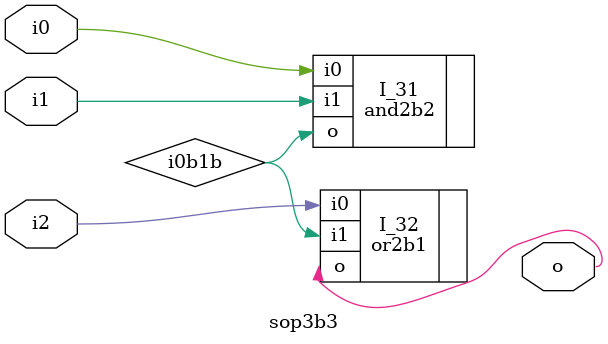
<source format=v>

module sop3b3( o, i0, i1, i2 );

output  o;


input  i0, i1, i2;





specify 
    specparam CDS_LIBNAME  = "xc7000";
    specparam CDS_CELLNAME = "sop3b3";
    specparam CDS_VIEWNAME = "schematic";
endspecify

or2b1  I_32( .i0(i2), .i1(i0b1b), .o(o));
and2b2  I_31( .i1(i1), .o(i0b1b), .i0(i0));

endmodule

</source>
